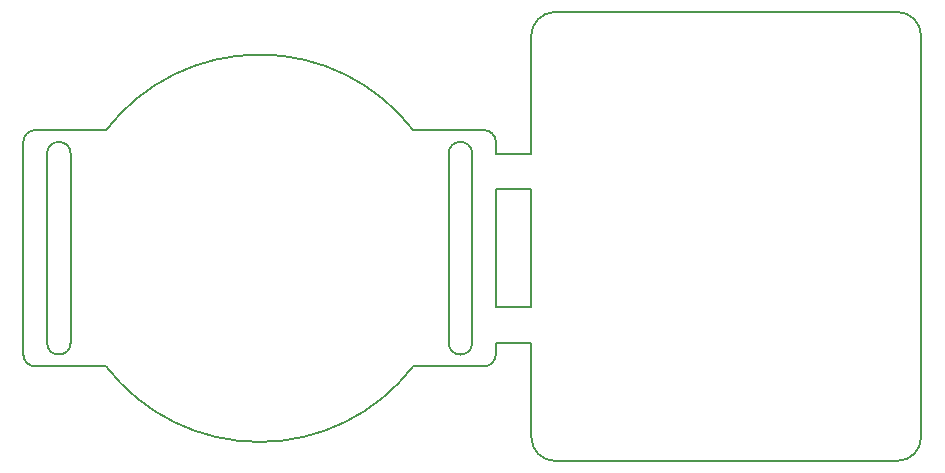
<source format=gbr>
G04 #@! TF.GenerationSoftware,KiCad,Pcbnew,(5.0.0)*
G04 #@! TF.CreationDate,2019-02-27T16:16:10+00:00*
G04 #@! TF.ProjectId,BubbleWatch,427562626C6557617463682E6B696361,rev?*
G04 #@! TF.SameCoordinates,Original*
G04 #@! TF.FileFunction,Profile,NP*
%FSLAX46Y46*%
G04 Gerber Fmt 4.6, Leading zero omitted, Abs format (unit mm)*
G04 Created by KiCad (PCBNEW (5.0.0)) date 02/27/19 16:16:10*
%MOMM*%
%LPD*%
G01*
G04 APERTURE LIST*
%ADD10C,0.150000*%
%ADD11C,0.200000*%
G04 APERTURE END LIST*
D10*
X127000000Y-95000000D02*
X127000000Y-87000000D01*
X124000000Y-74000000D02*
X124000000Y-84000000D01*
D11*
X127000000Y-87000000D02*
X124000000Y-87000000D01*
X124000000Y-84000000D02*
X127000000Y-84000000D01*
X124000000Y-74000000D02*
X127000000Y-74000000D01*
X124000000Y-71000000D02*
X127000000Y-71000000D01*
X160000000Y-61000000D02*
X160000000Y-63000000D01*
X127000000Y-61000000D02*
X127000000Y-71000000D01*
X129000000Y-59000000D02*
X132000000Y-59000000D01*
D10*
X158000000Y-59000000D02*
G75*
G02X160000000Y-61000000I0J-2000000D01*
G01*
X160000000Y-95000000D02*
G75*
G02X158000000Y-97000000I-2000000J0D01*
G01*
X129000000Y-97000000D02*
G75*
G02X127000000Y-95000000I0J2000000D01*
G01*
X127000000Y-61000000D02*
G75*
G02X129000000Y-59000000I2000000J0D01*
G01*
X158000000Y-59000000D02*
X132000000Y-59000000D01*
X129000000Y-97000000D02*
X158000000Y-97000000D01*
X127000000Y-74000000D02*
X127000000Y-84000000D01*
X160000000Y-63000000D02*
X160000000Y-95000000D01*
X124000000Y-88000000D02*
G75*
G02X123000000Y-89000000I-1000000J0D01*
G01*
X124000000Y-88000000D02*
X124000000Y-87000000D01*
X117000000Y-89000000D02*
X123000000Y-89000000D01*
X123000000Y-69000000D02*
G75*
G02X124000000Y-70000000I0J-1000000D01*
G01*
X124000000Y-70000000D02*
X124000000Y-71000000D01*
X117000000Y-69000000D02*
X123000000Y-69000000D01*
X91000000Y-69000000D02*
X85000000Y-69000000D01*
X84000000Y-70000000D02*
G75*
G02X85000000Y-69000000I1000000J0D01*
G01*
X84000000Y-88000000D02*
X84000000Y-70000000D01*
X91000000Y-89000000D02*
X85000000Y-89000000D01*
X85000000Y-89000000D02*
G75*
G02X84000000Y-88000000I0J1000000D01*
G01*
X116999999Y-88999999D02*
G75*
G02X91000001Y-88999999I-12999999J9999999D01*
G01*
X91000001Y-69000001D02*
G75*
G02X116999999Y-69000001I12999999J-9999999D01*
G01*
X122000000Y-87000000D02*
G75*
G02X120000000Y-87000000I-1000000J0D01*
G01*
X120000000Y-71000000D02*
G75*
G02X122000000Y-71000000I1000000J0D01*
G01*
X122000000Y-87000000D02*
X122000000Y-71000000D01*
X120000000Y-71000000D02*
X120000000Y-87000000D01*
X88000000Y-87000000D02*
G75*
G02X86000000Y-87000000I-1000000J0D01*
G01*
X86000000Y-71000000D02*
G75*
G02X88000000Y-71000000I1000000J0D01*
G01*
X86000000Y-87000000D02*
X86000000Y-71000000D01*
X88000000Y-71000000D02*
X88000000Y-87000000D01*
M02*

</source>
